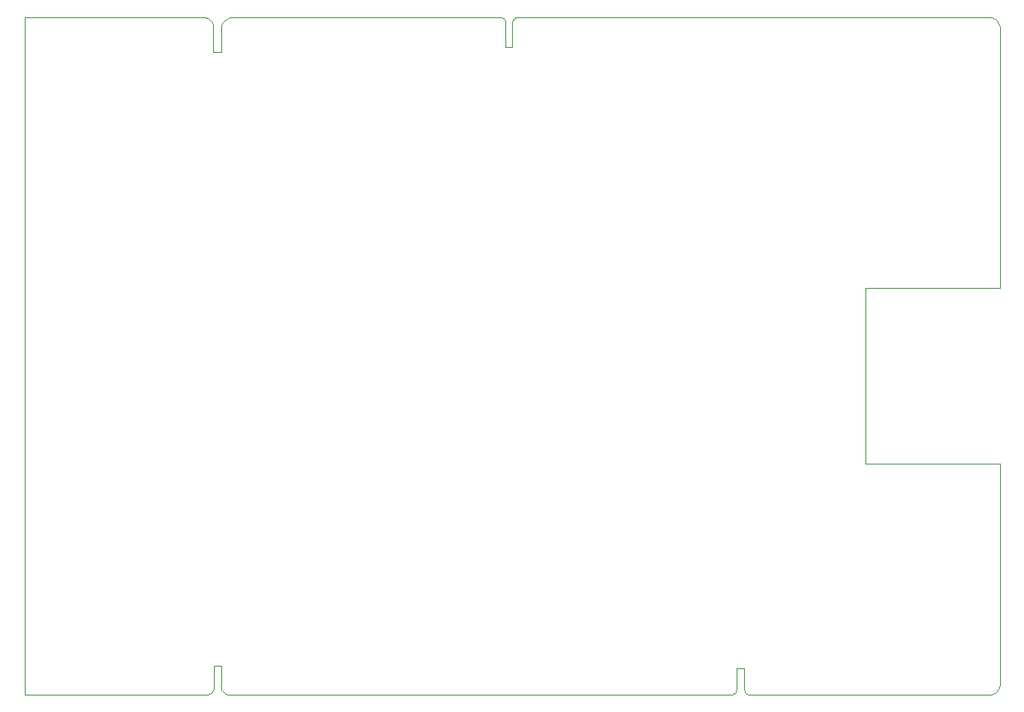
<source format=gbp>
G75*
%MOIN*%
%OFA0B0*%
%FSLAX24Y24*%
%IPPOS*%
%LPD*%
%AMOC8*
5,1,8,0,0,1.08239X$1,22.5*
%
%ADD10C,0.0000*%
D10*
X002552Y003472D02*
X009875Y003472D01*
X009876Y003473D02*
X009910Y003476D01*
X009944Y003483D01*
X009978Y003494D01*
X010010Y003507D01*
X010040Y003524D01*
X010069Y003543D01*
X010096Y003565D01*
X010121Y003590D01*
X010142Y003617D01*
X010162Y003646D01*
X010178Y003677D01*
X010191Y003710D01*
X010201Y003743D01*
X010207Y003777D01*
X010211Y003812D01*
X010210Y003847D01*
X010210Y003846D02*
X010210Y004654D01*
X010486Y004654D01*
X010486Y003886D01*
X010485Y003886D02*
X010484Y003848D01*
X010487Y003810D01*
X010493Y003773D01*
X010503Y003736D01*
X010517Y003701D01*
X010533Y003667D01*
X010554Y003635D01*
X010577Y003605D01*
X010603Y003578D01*
X010631Y003553D01*
X010662Y003531D01*
X010695Y003513D01*
X010729Y003497D01*
X010765Y003485D01*
X010802Y003477D01*
X010839Y003472D01*
X010840Y003472D02*
X031056Y003472D01*
X031057Y003473D02*
X031086Y003476D01*
X031115Y003483D01*
X031143Y003493D01*
X031170Y003506D01*
X031195Y003522D01*
X031217Y003542D01*
X031238Y003563D01*
X031255Y003587D01*
X031269Y003613D01*
X031280Y003641D01*
X031288Y003670D01*
X031292Y003699D01*
X031293Y003729D01*
X031293Y003728D02*
X031293Y004555D01*
X031608Y004555D01*
X031608Y003728D01*
X031608Y003729D02*
X031609Y003699D01*
X031613Y003670D01*
X031621Y003641D01*
X031632Y003613D01*
X031646Y003587D01*
X031663Y003563D01*
X031684Y003542D01*
X031706Y003522D01*
X031731Y003506D01*
X031758Y003493D01*
X031786Y003483D01*
X031815Y003476D01*
X031844Y003473D01*
X031844Y003472D02*
X041430Y003472D01*
X041471Y003471D01*
X041511Y003474D01*
X041551Y003480D01*
X041591Y003490D01*
X041629Y003503D01*
X041666Y003519D01*
X041701Y003539D01*
X041735Y003561D01*
X041767Y003587D01*
X041796Y003615D01*
X041822Y003645D01*
X041846Y003678D01*
X041867Y003713D01*
X041885Y003749D01*
X041900Y003787D01*
X041911Y003825D01*
X041919Y003865D01*
X041923Y003905D01*
X041923Y003906D02*
X041923Y012823D01*
X036486Y012823D01*
X036486Y019909D01*
X041923Y019909D01*
X041923Y030441D01*
X041923Y030440D02*
X041918Y030480D01*
X041910Y030519D01*
X041898Y030558D01*
X041883Y030595D01*
X041865Y030631D01*
X041844Y030665D01*
X041820Y030697D01*
X041793Y030727D01*
X041764Y030754D01*
X041733Y030779D01*
X041699Y030801D01*
X041664Y030820D01*
X041627Y030835D01*
X041589Y030848D01*
X041550Y030857D01*
X041511Y030863D01*
X041471Y030865D01*
X041431Y030864D01*
X041430Y030864D02*
X026125Y030864D01*
X026125Y030854D02*
X022434Y030854D01*
X022435Y030854D02*
X022407Y030847D01*
X022379Y030837D01*
X022354Y030824D01*
X022330Y030808D01*
X022308Y030790D01*
X022288Y030768D01*
X022271Y030745D01*
X022258Y030720D01*
X022247Y030693D01*
X022240Y030665D01*
X022236Y030636D01*
X022235Y030607D01*
X022238Y030579D01*
X022237Y030579D02*
X022237Y029654D01*
X021982Y029654D01*
X021982Y030579D01*
X021981Y030579D02*
X021984Y030607D01*
X021983Y030636D01*
X021979Y030665D01*
X021972Y030693D01*
X021961Y030720D01*
X021948Y030745D01*
X021931Y030768D01*
X021911Y030790D01*
X021889Y030808D01*
X021865Y030824D01*
X021840Y030837D01*
X021812Y030847D01*
X021784Y030854D01*
X021785Y030854D02*
X010958Y030854D01*
X010917Y030852D01*
X010876Y030847D01*
X010836Y030838D01*
X010797Y030826D01*
X010759Y030810D01*
X010722Y030791D01*
X010687Y030769D01*
X010655Y030744D01*
X010624Y030716D01*
X010596Y030685D01*
X010571Y030653D01*
X010549Y030618D01*
X010530Y030581D01*
X010514Y030543D01*
X010502Y030504D01*
X010493Y030464D01*
X010488Y030423D01*
X010486Y030382D01*
X010486Y029437D01*
X010171Y029437D01*
X010171Y030382D01*
X010174Y030421D01*
X010173Y030460D01*
X010169Y030498D01*
X010162Y030537D01*
X010151Y030574D01*
X010136Y030610D01*
X010119Y030645D01*
X010098Y030678D01*
X010074Y030709D01*
X010047Y030737D01*
X010018Y030763D01*
X009987Y030786D01*
X009954Y030807D01*
X009919Y030824D01*
X009882Y030837D01*
X009845Y030848D01*
X009806Y030855D01*
X009806Y030854D02*
X002552Y030854D01*
X002552Y003472D01*
M02*

</source>
